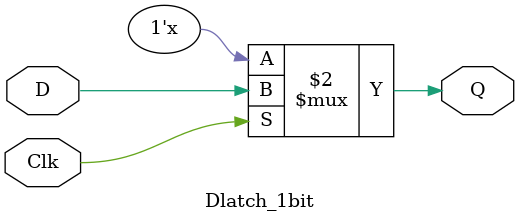
<source format=v>
`timescale 1ns / 1ps
module Dlatch_1bit(D,Clk,Q);
input D,Clk;
output reg Q;

 always @(D or Clk)
  if (Clk)
   Q <= D;
  
endmodule





</source>
